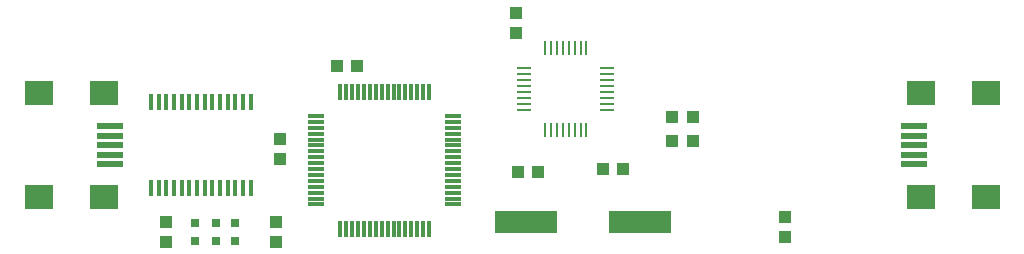
<source format=gtp>
G75*
G70*
%OFA0B0*%
%FSLAX24Y24*%
%IPPOS*%
%LPD*%
%AMOC8*
5,1,8,0,0,1.08239X$1,22.5*
%
%ADD10R,0.0433X0.0394*%
%ADD11R,0.0315X0.0315*%
%ADD12R,0.0137X0.0550*%
%ADD13R,0.0394X0.0433*%
%ADD14R,0.0118X0.0551*%
%ADD15R,0.0551X0.0118*%
%ADD16R,0.0945X0.0787*%
%ADD17R,0.0909X0.0197*%
%ADD18R,0.2100X0.0760*%
%ADD19R,0.0100X0.0450*%
%ADD20R,0.0450X0.0100*%
D10*
X005470Y000876D03*
X005470Y001545D03*
X009128Y001545D03*
X009128Y000876D03*
X017194Y003221D03*
X017864Y003221D03*
X020029Y003300D03*
X020698Y003300D03*
X011837Y006729D03*
X011168Y006729D03*
D11*
X007753Y001506D03*
X007128Y001506D03*
X007128Y000915D03*
X007753Y000915D03*
X006424Y000915D03*
X006424Y001506D03*
D12*
X006500Y002665D03*
X006756Y002665D03*
X007011Y002665D03*
X007267Y002665D03*
X007523Y002665D03*
X007779Y002665D03*
X008035Y002665D03*
X008291Y002665D03*
X006244Y002665D03*
X005988Y002665D03*
X005732Y002665D03*
X005476Y002665D03*
X005220Y002665D03*
X004964Y002665D03*
X004964Y005544D03*
X005220Y005544D03*
X005476Y005544D03*
X005732Y005544D03*
X005988Y005544D03*
X006244Y005544D03*
X006500Y005544D03*
X006756Y005544D03*
X007011Y005544D03*
X007267Y005544D03*
X007523Y005544D03*
X007779Y005544D03*
X008035Y005544D03*
X008291Y005544D03*
D13*
X009253Y004314D03*
X009253Y003644D03*
X017135Y007847D03*
X017135Y008517D03*
X022344Y005035D03*
X023013Y005035D03*
X023013Y004238D03*
X022344Y004238D03*
X026087Y001706D03*
X026087Y001037D03*
D14*
X014229Y001321D03*
X014032Y001321D03*
X013835Y001321D03*
X013638Y001321D03*
X013442Y001321D03*
X013245Y001321D03*
X013048Y001321D03*
X012851Y001321D03*
X012654Y001321D03*
X012457Y001321D03*
X012260Y001321D03*
X012064Y001321D03*
X011867Y001321D03*
X011670Y001321D03*
X011473Y001321D03*
X011276Y001321D03*
X011276Y005888D03*
X011473Y005888D03*
X011670Y005888D03*
X011867Y005888D03*
X012064Y005888D03*
X012260Y005888D03*
X012457Y005888D03*
X012654Y005888D03*
X012851Y005888D03*
X013048Y005888D03*
X013245Y005888D03*
X013442Y005888D03*
X013638Y005888D03*
X013835Y005888D03*
X014032Y005888D03*
X014229Y005888D03*
D15*
X015036Y005081D03*
X015036Y004884D03*
X015036Y004687D03*
X015036Y004490D03*
X015036Y004293D03*
X015036Y004096D03*
X015036Y003899D03*
X015036Y003703D03*
X015036Y003506D03*
X015036Y003309D03*
X015036Y003112D03*
X015036Y002915D03*
X015036Y002718D03*
X015036Y002521D03*
X015036Y002325D03*
X015036Y002128D03*
X010469Y002128D03*
X010469Y002325D03*
X010469Y002521D03*
X010469Y002718D03*
X010469Y002915D03*
X010469Y003112D03*
X010469Y003309D03*
X010469Y003506D03*
X010469Y003703D03*
X010469Y003899D03*
X010469Y004096D03*
X010469Y004293D03*
X010469Y004490D03*
X010469Y004687D03*
X010469Y004884D03*
X010469Y005081D03*
D16*
X001215Y002372D03*
X003381Y002372D03*
X003381Y005836D03*
X001215Y005836D03*
X030623Y005836D03*
X032788Y005836D03*
X032788Y002372D03*
X030623Y002372D03*
D17*
X030401Y003474D03*
X030401Y003789D03*
X030401Y004104D03*
X030401Y004419D03*
X030401Y004734D03*
X003603Y004734D03*
X003603Y004419D03*
X003603Y004104D03*
X003603Y003789D03*
X003603Y003474D03*
D18*
X017478Y001539D03*
X021278Y001539D03*
D19*
X019478Y004599D03*
X019281Y004599D03*
X019084Y004599D03*
X018887Y004599D03*
X018691Y004599D03*
X018494Y004599D03*
X018297Y004599D03*
X018100Y004599D03*
X018100Y007355D03*
X018297Y007355D03*
X018494Y007355D03*
X018691Y007355D03*
X018887Y007355D03*
X019084Y007355D03*
X019281Y007355D03*
X019478Y007355D03*
D20*
X020167Y006666D03*
X020167Y006469D03*
X020167Y006272D03*
X020167Y006076D03*
X020167Y005879D03*
X020167Y005682D03*
X020167Y005485D03*
X020167Y005288D03*
X017411Y005288D03*
X017411Y005485D03*
X017411Y005682D03*
X017411Y005879D03*
X017411Y006076D03*
X017411Y006272D03*
X017411Y006469D03*
X017411Y006666D03*
M02*

</source>
